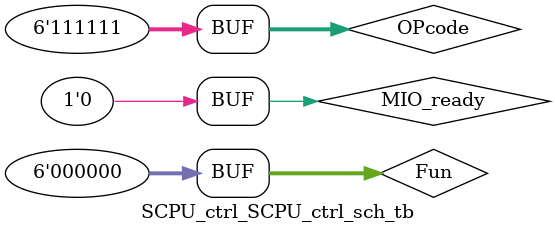
<source format=v>

`timescale 1ns / 1ps

module SCPU_ctrl_SCPU_ctrl_sch_tb();

// Inputs
   reg [5:0] OPcode;
   reg MIO_ready;
   reg [5:0] Fun;

// Output
   wire RegDst;
   wire MemtoReg;
   wire mem_w;
   wire Branch;
   wire RegWrite;
   wire ALUSrc_B;
   wire [2:0] ALU_Control;
   wire Jump;
   wire CPU_MIO;

// Bidirs

// Instantiate the UUT
   SCPU_ctrl UUT (
		.OPcode(OPcode), 
		.MIO_ready(MIO_ready), 
		.RegDst(RegDst), 
		.MemtoReg(MemtoReg), 
		.mem_w(mem_w), 
		.Branch(Branch), 
		.RegWrite(RegWrite), 
		.ALUSrc_B(ALUSrc_B), 
		.Fun(Fun), 
		.ALU_Control(ALU_Control), 
		.Jump(Jump), 
		.CPU_MIO(CPU_MIO)
   );
// Initialize Inputs
   initial begin
		OPcode = 0;
		MIO_ready = 0;
		Fun = 0;
		#40;
		OPcode = 0;
		Fun = 6'b100000;
		#20;
		Fun = 6'b100010;
		#20;
		Fun = 6'b100100;
		#20;
		Fun = 6'b100101;
		#20;
		Fun = 6'b100111;
		#20;
		Fun = 6'b000010;
		#20;
		Fun = 6'b010110;
		#20;
		Fun = 6'b111111;
		#1;
		OPcode = 6'b100011;
		#20;
		OPcode = 6'b101011;
		#20;
		OPcode = 6'b000100;
		#20;
		OPcode = 6'b000010;
		#20;
		OPcode = 6'h24;
		#20;
		OPcode = 6'h3f;
		Fun = 6'b000000;
   end
endmodule

</source>
